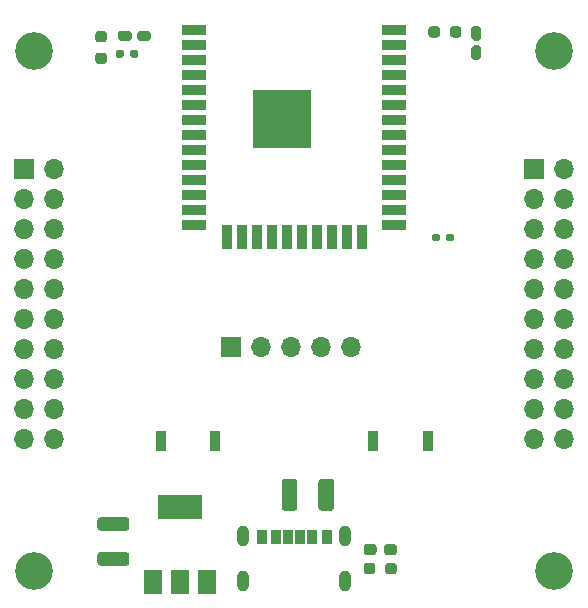
<source format=gbr>
%TF.GenerationSoftware,KiCad,Pcbnew,(5.1.10-1-10_14)*%
%TF.CreationDate,2021-10-31T18:44:30+08:00*%
%TF.ProjectId,esp32solo_devboard,65737033-3273-46f6-9c6f-5f646576626f,rev?*%
%TF.SameCoordinates,Original*%
%TF.FileFunction,Soldermask,Top*%
%TF.FilePolarity,Negative*%
%FSLAX46Y46*%
G04 Gerber Fmt 4.6, Leading zero omitted, Abs format (unit mm)*
G04 Created by KiCad (PCBNEW (5.1.10-1-10_14)) date 2021-10-31 18:44:30*
%MOMM*%
%LPD*%
G01*
G04 APERTURE LIST*
%ADD10O,1.700000X1.700000*%
%ADD11R,1.700000X1.700000*%
%ADD12C,3.200000*%
%ADD13R,1.500000X2.000000*%
%ADD14R,3.800000X2.000000*%
%ADD15O,0.999998X1.799996*%
%ADD16R,0.899998X1.199998*%
%ADD17R,0.899998X1.699997*%
%ADD18R,4.999990X4.999990*%
%ADD19R,1.999996X0.899998*%
%ADD20R,0.899998X1.999996*%
G04 APERTURE END LIST*
D10*
%TO.C,J3*%
X129860000Y-78030000D03*
X127320000Y-78030000D03*
X124780000Y-78030000D03*
X122240000Y-78030000D03*
D11*
X119700000Y-78030000D03*
%TD*%
%TO.C,R2*%
G36*
G01*
X137860000Y-68970000D02*
X137860000Y-68650000D01*
G75*
G02*
X138020000Y-68490000I160000J0D01*
G01*
X138415000Y-68490000D01*
G75*
G02*
X138575000Y-68650000I0J-160000D01*
G01*
X138575000Y-68970000D01*
G75*
G02*
X138415000Y-69130000I-160000J0D01*
G01*
X138020000Y-69130000D01*
G75*
G02*
X137860000Y-68970000I0J160000D01*
G01*
G37*
G36*
G01*
X136665000Y-68970000D02*
X136665000Y-68650000D01*
G75*
G02*
X136825000Y-68490000I160000J0D01*
G01*
X137220000Y-68490000D01*
G75*
G02*
X137380000Y-68650000I0J-160000D01*
G01*
X137380000Y-68970000D01*
G75*
G02*
X137220000Y-69130000I-160000J0D01*
G01*
X136825000Y-69130000D01*
G75*
G02*
X136665000Y-68970000I0J160000D01*
G01*
G37*
%TD*%
%TO.C,R1*%
G36*
G01*
X110620000Y-53090000D02*
X110620000Y-53410000D01*
G75*
G02*
X110460000Y-53570000I-160000J0D01*
G01*
X110065000Y-53570000D01*
G75*
G02*
X109905000Y-53410000I0J160000D01*
G01*
X109905000Y-53090000D01*
G75*
G02*
X110065000Y-52930000I160000J0D01*
G01*
X110460000Y-52930000D01*
G75*
G02*
X110620000Y-53090000I0J-160000D01*
G01*
G37*
G36*
G01*
X111815000Y-53090000D02*
X111815000Y-53410000D01*
G75*
G02*
X111655000Y-53570000I-160000J0D01*
G01*
X111260000Y-53570000D01*
G75*
G02*
X111100000Y-53410000I0J160000D01*
G01*
X111100000Y-53090000D01*
G75*
G02*
X111260000Y-52930000I160000J0D01*
G01*
X111655000Y-52930000D01*
G75*
G02*
X111815000Y-53090000I0J-160000D01*
G01*
G37*
%TD*%
%TO.C,C3*%
G36*
G01*
X108599999Y-95430000D02*
X110800001Y-95430000D01*
G75*
G02*
X111050000Y-95679999I0J-249999D01*
G01*
X111050000Y-96330001D01*
G75*
G02*
X110800001Y-96580000I-249999J0D01*
G01*
X108599999Y-96580000D01*
G75*
G02*
X108350000Y-96330001I0J249999D01*
G01*
X108350000Y-95679999D01*
G75*
G02*
X108599999Y-95430000I249999J0D01*
G01*
G37*
G36*
G01*
X108599999Y-92480000D02*
X110800001Y-92480000D01*
G75*
G02*
X111050000Y-92729999I0J-249999D01*
G01*
X111050000Y-93380001D01*
G75*
G02*
X110800001Y-93630000I-249999J0D01*
G01*
X108599999Y-93630000D01*
G75*
G02*
X108350000Y-93380001I0J249999D01*
G01*
X108350000Y-92729999D01*
G75*
G02*
X108599999Y-92480000I249999J0D01*
G01*
G37*
%TD*%
%TO.C,C2*%
G36*
G01*
X127070000Y-91680002D02*
X127070000Y-89479998D01*
G75*
G02*
X127319998Y-89230000I249998J0D01*
G01*
X128145002Y-89230000D01*
G75*
G02*
X128395000Y-89479998I0J-249998D01*
G01*
X128395000Y-91680002D01*
G75*
G02*
X128145002Y-91930000I-249998J0D01*
G01*
X127319998Y-91930000D01*
G75*
G02*
X127070000Y-91680002I0J249998D01*
G01*
G37*
G36*
G01*
X123945000Y-91680002D02*
X123945000Y-89479998D01*
G75*
G02*
X124194998Y-89230000I249998J0D01*
G01*
X125020002Y-89230000D01*
G75*
G02*
X125270000Y-89479998I0J-249998D01*
G01*
X125270000Y-91680002D01*
G75*
G02*
X125020002Y-91930000I-249998J0D01*
G01*
X124194998Y-91930000D01*
G75*
G02*
X123945000Y-91680002I0J249998D01*
G01*
G37*
%TD*%
D10*
%TO.C,J2*%
X147860000Y-85860000D03*
X145320000Y-85860000D03*
X147860000Y-83320000D03*
X145320000Y-83320000D03*
X147860000Y-80780000D03*
X145320000Y-80780000D03*
X147860000Y-78240000D03*
X145320000Y-78240000D03*
X147860000Y-75700000D03*
X145320000Y-75700000D03*
X147860000Y-73160000D03*
X145320000Y-73160000D03*
X147860000Y-70620000D03*
X145320000Y-70620000D03*
X147860000Y-68080000D03*
X145320000Y-68080000D03*
X147860000Y-65540000D03*
X145320000Y-65540000D03*
X147860000Y-63000000D03*
D11*
X145320000Y-63000000D03*
%TD*%
D10*
%TO.C,J1*%
X104680000Y-85860000D03*
X102140000Y-85860000D03*
X104680000Y-83320000D03*
X102140000Y-83320000D03*
X104680000Y-80780000D03*
X102140000Y-80780000D03*
X104680000Y-78240000D03*
X102140000Y-78240000D03*
X104680000Y-75700000D03*
X102140000Y-75700000D03*
X104680000Y-73160000D03*
X102140000Y-73160000D03*
X104680000Y-70620000D03*
X102140000Y-70620000D03*
X104680000Y-68080000D03*
X102140000Y-68080000D03*
X104680000Y-65540000D03*
X102140000Y-65540000D03*
X104680000Y-63000000D03*
D11*
X102140000Y-63000000D03*
%TD*%
D12*
%TO.C,H4*%
X147000000Y-97000000D03*
%TD*%
%TO.C,H3*%
X103000000Y-97000000D03*
%TD*%
%TO.C,H2*%
X147000000Y-53000000D03*
%TD*%
%TO.C,H1*%
X103000000Y-53000000D03*
%TD*%
D13*
%TO.C,U2*%
X113060000Y-97940000D03*
X117660000Y-97940000D03*
X115360000Y-97940000D03*
D14*
X115360000Y-91640000D03*
%TD*%
%TO.C,R5*%
G36*
G01*
X137345000Y-51152500D02*
X137345000Y-51627500D01*
G75*
G02*
X137107500Y-51865000I-237500J0D01*
G01*
X136607500Y-51865000D01*
G75*
G02*
X136370000Y-51627500I0J237500D01*
G01*
X136370000Y-51152500D01*
G75*
G02*
X136607500Y-50915000I237500J0D01*
G01*
X137107500Y-50915000D01*
G75*
G02*
X137345000Y-51152500I0J-237500D01*
G01*
G37*
G36*
G01*
X139170000Y-51152500D02*
X139170000Y-51627500D01*
G75*
G02*
X138932500Y-51865000I-237500J0D01*
G01*
X138432500Y-51865000D01*
G75*
G02*
X138195000Y-51627500I0J237500D01*
G01*
X138195000Y-51152500D01*
G75*
G02*
X138432500Y-50915000I237500J0D01*
G01*
X138932500Y-50915000D01*
G75*
G02*
X139170000Y-51152500I0J-237500D01*
G01*
G37*
%TD*%
%TO.C,R4*%
G36*
G01*
X108422500Y-53135000D02*
X108897500Y-53135000D01*
G75*
G02*
X109135000Y-53372500I0J-237500D01*
G01*
X109135000Y-53872500D01*
G75*
G02*
X108897500Y-54110000I-237500J0D01*
G01*
X108422500Y-54110000D01*
G75*
G02*
X108185000Y-53872500I0J237500D01*
G01*
X108185000Y-53372500D01*
G75*
G02*
X108422500Y-53135000I237500J0D01*
G01*
G37*
G36*
G01*
X108422500Y-51310000D02*
X108897500Y-51310000D01*
G75*
G02*
X109135000Y-51547500I0J-237500D01*
G01*
X109135000Y-52047500D01*
G75*
G02*
X108897500Y-52285000I-237500J0D01*
G01*
X108422500Y-52285000D01*
G75*
G02*
X108185000Y-52047500I0J237500D01*
G01*
X108185000Y-51547500D01*
G75*
G02*
X108422500Y-51310000I237500J0D01*
G01*
G37*
%TD*%
%TO.C,D2*%
G36*
G01*
X140207500Y-52530000D02*
X140632500Y-52530000D01*
G75*
G02*
X140845000Y-52742500I0J-212500D01*
G01*
X140845000Y-53542500D01*
G75*
G02*
X140632500Y-53755000I-212500J0D01*
G01*
X140207500Y-53755000D01*
G75*
G02*
X139995000Y-53542500I0J212500D01*
G01*
X139995000Y-52742500D01*
G75*
G02*
X140207500Y-52530000I212500J0D01*
G01*
G37*
G36*
G01*
X140207500Y-50905000D02*
X140632500Y-50905000D01*
G75*
G02*
X140845000Y-51117500I0J-212500D01*
G01*
X140845000Y-51917500D01*
G75*
G02*
X140632500Y-52130000I-212500J0D01*
G01*
X140207500Y-52130000D01*
G75*
G02*
X139995000Y-51917500I0J212500D01*
G01*
X139995000Y-51117500D01*
G75*
G02*
X140207500Y-50905000I212500J0D01*
G01*
G37*
%TD*%
%TO.C,D1*%
G36*
G01*
X111687500Y-51932500D02*
X111687500Y-51507500D01*
G75*
G02*
X111900000Y-51295000I212500J0D01*
G01*
X112700000Y-51295000D01*
G75*
G02*
X112912500Y-51507500I0J-212500D01*
G01*
X112912500Y-51932500D01*
G75*
G02*
X112700000Y-52145000I-212500J0D01*
G01*
X111900000Y-52145000D01*
G75*
G02*
X111687500Y-51932500I0J212500D01*
G01*
G37*
G36*
G01*
X110062500Y-51932500D02*
X110062500Y-51507500D01*
G75*
G02*
X110275000Y-51295000I212500J0D01*
G01*
X111075000Y-51295000D01*
G75*
G02*
X111287500Y-51507500I0J-212500D01*
G01*
X111287500Y-51932500D01*
G75*
G02*
X111075000Y-52145000I-212500J0D01*
G01*
X110275000Y-52145000D01*
G75*
G02*
X110062500Y-51932500I0J212500D01*
G01*
G37*
%TD*%
%TO.C,R3*%
G36*
G01*
X132725000Y-97067500D02*
X132725000Y-96592500D01*
G75*
G02*
X132962500Y-96355000I237500J0D01*
G01*
X133462500Y-96355000D01*
G75*
G02*
X133700000Y-96592500I0J-237500D01*
G01*
X133700000Y-97067500D01*
G75*
G02*
X133462500Y-97305000I-237500J0D01*
G01*
X132962500Y-97305000D01*
G75*
G02*
X132725000Y-97067500I0J237500D01*
G01*
G37*
G36*
G01*
X130900000Y-97067500D02*
X130900000Y-96592500D01*
G75*
G02*
X131137500Y-96355000I237500J0D01*
G01*
X131637500Y-96355000D01*
G75*
G02*
X131875000Y-96592500I0J-237500D01*
G01*
X131875000Y-97067500D01*
G75*
G02*
X131637500Y-97305000I-237500J0D01*
G01*
X131137500Y-97305000D01*
G75*
G02*
X130900000Y-97067500I0J237500D01*
G01*
G37*
%TD*%
D15*
%TO.C,P1*%
X129320159Y-97900047D03*
X129320159Y-94099953D03*
X120680095Y-97900047D03*
X120680095Y-94099953D03*
D16*
X127749931Y-94120019D03*
X126520063Y-94120019D03*
X125499999Y-94120019D03*
X124500001Y-94120019D03*
X123479937Y-94120019D03*
X122250069Y-94120019D03*
%TD*%
%TO.C,C1*%
G36*
G01*
X132635000Y-95457500D02*
X132635000Y-94982500D01*
G75*
G02*
X132872500Y-94745000I237500J0D01*
G01*
X133472500Y-94745000D01*
G75*
G02*
X133710000Y-94982500I0J-237500D01*
G01*
X133710000Y-95457500D01*
G75*
G02*
X133472500Y-95695000I-237500J0D01*
G01*
X132872500Y-95695000D01*
G75*
G02*
X132635000Y-95457500I0J237500D01*
G01*
G37*
G36*
G01*
X130910000Y-95457500D02*
X130910000Y-94982500D01*
G75*
G02*
X131147500Y-94745000I237500J0D01*
G01*
X131747500Y-94745000D01*
G75*
G02*
X131985000Y-94982500I0J-237500D01*
G01*
X131985000Y-95457500D01*
G75*
G02*
X131747500Y-95695000I-237500J0D01*
G01*
X131147500Y-95695000D01*
G75*
G02*
X130910000Y-95457500I0J237500D01*
G01*
G37*
%TD*%
D17*
%TO.C,SW2*%
X113700030Y-86000000D03*
X118299970Y-86000000D03*
%TD*%
%TO.C,SW1*%
X136299970Y-86000000D03*
X131700030Y-86000000D03*
%TD*%
D18*
%TO.C,U1*%
X124000002Y-58744859D03*
D19*
X133500110Y-51245001D03*
X133500110Y-52515001D03*
X133500110Y-53785001D03*
X133500110Y-55055001D03*
X133500110Y-56325001D03*
X133500110Y-57595001D03*
X116499890Y-51245001D03*
X116499890Y-52515001D03*
X116499890Y-53785001D03*
X116499890Y-55055001D03*
X116499890Y-56325001D03*
X116499890Y-57595001D03*
X116499890Y-58865001D03*
X116499890Y-60135001D03*
X116499890Y-61405001D03*
X116499890Y-62675001D03*
X116499890Y-63945001D03*
X116499890Y-65215001D03*
X116499890Y-66485001D03*
X116499890Y-67755001D03*
D20*
X119285000Y-68754999D03*
X120555000Y-68754999D03*
X121825000Y-68754999D03*
X123095000Y-68754999D03*
X124365000Y-68754999D03*
X125635000Y-68754999D03*
X126905000Y-68754999D03*
X128175000Y-68754999D03*
X129445000Y-68754999D03*
X130715000Y-68754999D03*
D19*
X133500110Y-67755001D03*
X133500110Y-66485001D03*
X133500110Y-65215001D03*
X133500110Y-63945001D03*
X133500110Y-62675001D03*
X133500110Y-61405001D03*
X133500110Y-60135001D03*
X133500110Y-58865001D03*
%TD*%
M02*

</source>
